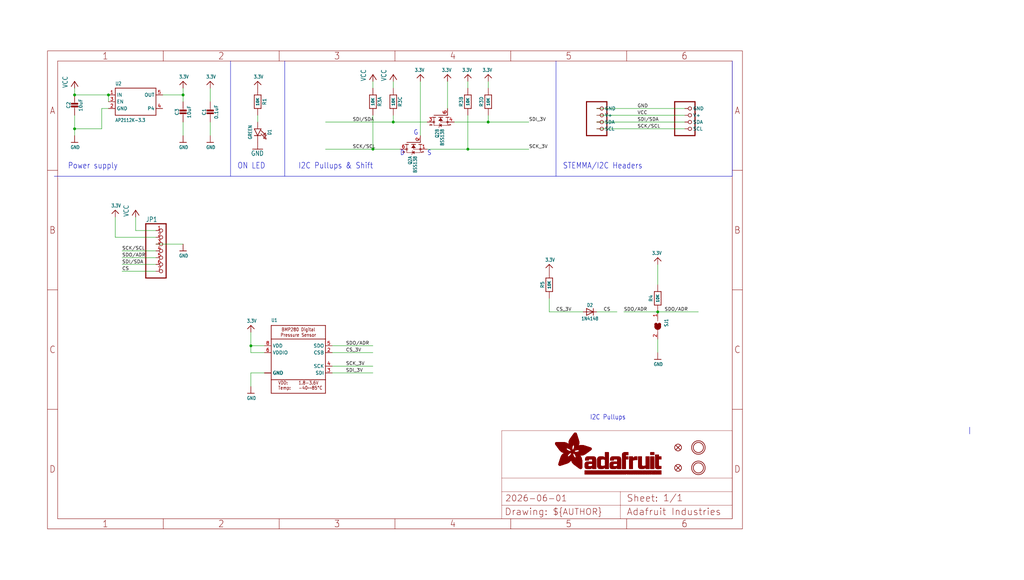
<source format=kicad_sch>
(kicad_sch (version 20230121) (generator eeschema)
  (paper "User" 383.616 217.322)
  (lib_symbols
    (symbol "working-eagle-import:3.3V" (power)
      (property "Value" "3.3V" (at -1.524 1.016 0))
      (symbol "3.3V_1_0"
        (pin power_in line (at 0 -2.54 90) (length 2.54) (name "3.3V") (number "1"))
      )
    )
    (symbol "working-eagle-import:BMP280_COMBO"
      (property "Reference" "U" (at -10.16 13.97 0))
      (symbol "BMP280_COMBO_1_0"
        (text "-40~~85°C" (at 0 -11.43 0) (effects (font (size 1.27 1.0795)) (justify left bottom)))
        (text "1.8-3.6V" (at 0 -9.525 0) (effects (font (size 1.27 1.0795)) (justify left bottom)))
        (text "BMP280 Digital\nPressure Sensor" (at 0 10.16 0) (effects (font (size 1.27 1.0795))))
        (text "Temp:" (at -7.62 -11.43 0) (effects (font (size 1.27 1.0795)) (justify left bottom)))
        (text "VDD:" (at -7.62 -9.525 0) (effects (font (size 1.27 1.0795)) (justify left bottom)))
        (pin power_in line (at -12.7 -5.08 0) (length 2.54) (name "GND") (number "1"))
        (pin input line (at 12.7 2.54 180) (length 2.54) (name "CSB") (number "2"))
        (pin input line (at 12.7 -5.08 180) (length 2.54) (name "SDI") (number "3"))
        (pin input line (at 12.7 -2.54 180) (length 2.54) (name "SCK") (number "4"))
        (pin output line (at 12.7 5.08 180) (length 2.54) (name "SDO") (number "5"))
        (pin power_in line (at -12.7 2.54 0) (length 2.54) (name "VDDIO") (number "6"))
        (pin power_in line (at -12.7 -5.08 0) (length 2.54) (name "GND") (number "7"))
        (pin power_in line (at -12.7 5.08 0) (length 2.54) (name "VDD") (number "8"))
      )
    )
    (symbol "working-eagle-import:CAP_CERAMIC0603_NO"
      (property "Reference" "C" (at -2.29 1.25 90))
      (symbol "CAP_CERAMIC0603_NO_1_0"
        (pin passive line (at 0 5.08 270) (length 2.54) (name "1") (number "1"))
        (pin passive line (at 0 -2.54 90) (length 2.54) (name "2") (number "2"))
      )
    )
    (symbol "working-eagle-import:CAP_CERAMIC0805-NOOUTLINE"
      (property "Reference" "C" (at -2.29 1.25 90))
      (symbol "CAP_CERAMIC0805-NOOUTLINE_1_0"
        (pin passive line (at 0 5.08 270) (length 2.54) (name "1") (number "1"))
        (pin passive line (at 0 -2.54 90) (length 2.54) (name "2") (number "2"))
      )
    )
    (symbol "working-eagle-import:DIODESOD-323"
      (property "Reference" "D" (at 0 2.54 0))
      (symbol "DIODESOD-323_1_0"
        (pin passive line (at -2.54 0 0) (length 2.54) (name "A") (number "A"))
        (pin passive line (at 2.54 0 180) (length 2.54) (name "C") (number "C"))
      )
    )
    (symbol "working-eagle-import:FIDUCIAL_1MM")
    (symbol "working-eagle-import:FRAME_A4_ADAFRUIT"
      (symbol "FRAME_A4_ADAFRUIT_1_0"
        (text "${#}/${##}" (at 230.505 10.16 0) (effects (font (size 2.54 2.54)) (justify left bottom)))
        (text "${AUTHOR}" (at 189.23 5.08 0) (effects (font (size 2.286 2.286)) (justify left bottom)))
        (text "${CURRENT_DATE}" (at 171.45 10.16 0) (effects (font (size 2.286 2.286)) (justify left bottom)))
        (text "${PROJECTNAME}" (at 171.45 15.24 0) (effects (font (size 2.54 2.54)) (justify left bottom)))
        (text "1" (at 21.6958 1.905 0) (effects (font (size 2.54 2.286))))
        (text "1" (at 21.6958 177.165 0) (effects (font (size 2.54 2.286))))
        (text "2" (at 65.0875 1.905 0) (effects (font (size 2.54 2.286))))
        (text "2" (at 65.0875 177.165 0) (effects (font (size 2.54 2.286))))
        (text "3" (at 108.4792 1.905 0) (effects (font (size 2.54 2.286))))
        (text "3" (at 108.4792 177.165 0) (effects (font (size 2.54 2.286))))
        (text "4" (at 151.8708 1.905 0) (effects (font (size 2.54 2.286))))
        (text "4" (at 151.8708 177.165 0) (effects (font (size 2.54 2.286))))
        (text "5" (at 195.2625 1.905 0) (effects (font (size 2.54 2.286))))
        (text "5" (at 195.2625 177.165 0) (effects (font (size 2.54 2.286))))
        (text "6" (at 238.6542 1.905 0) (effects (font (size 2.54 2.286))))
        (text "6" (at 238.6542 177.165 0) (effects (font (size 2.54 2.286))))
        (text "A" (at 1.905 156.6863 0) (effects (font (size 2.54 2.286))))
        (text "A" (at 258.445 156.6863 0) (effects (font (size 2.54 2.286))))
        (text "Adafruit Industries" (at 216.916 4.953 0) (effects (font (size 2.54 2.54)) (justify left bottom)))
        (text "B" (at 1.905 111.9188 0) (effects (font (size 2.54 2.286))))
        (text "B" (at 258.445 111.9188 0) (effects (font (size 2.54 2.286))))
        (text "C" (at 1.905 67.1513 0) (effects (font (size 2.54 2.286))))
        (text "C" (at 258.445 67.1513 0) (effects (font (size 2.54 2.286))))
        (text "D" (at 1.905 22.3838 0) (effects (font (size 2.54 2.286))))
        (text "D" (at 258.445 22.3838 0) (effects (font (size 2.54 2.286))))
        (text "Drawing:" (at 171.196 4.953 0) (effects (font (size 2.54 2.54)) (justify left bottom)))
        (text "Sheet:" (at 216.916 10.033 0) (effects (font (size 2.54 2.54)) (justify left bottom)))
      )
    )
    (symbol "working-eagle-import:GND" (power)
      (property "Value" "GND" (at -1.524 -2.54 0))
      (symbol "GND_1_0"
        (pin power_in line (at 0 2.54 270) (length 2.54) (name "GND") (number "1"))
      )
    )
    (symbol "working-eagle-import:HEADER-1X770MIL"
      (property "Reference" "JP" (at -6.35 10.795 0))
      (symbol "HEADER-1X770MIL_1_0"
        (pin passive inverted (at -2.54 7.62 0) (length 2.54) (name "1") (number "1"))
        (pin passive inverted (at -2.54 5.08 0) (length 2.54) (name "2") (number "2"))
        (pin passive inverted (at -2.54 2.54 0) (length 2.54) (name "3") (number "3"))
        (pin passive inverted (at -2.54 0 0) (length 2.54) (name "4") (number "4"))
        (pin passive inverted (at -2.54 -2.54 0) (length 2.54) (name "5") (number "5"))
        (pin passive inverted (at -2.54 -5.08 0) (length 2.54) (name "6") (number "6"))
        (pin passive inverted (at -2.54 -7.62 0) (length 2.54) (name "7") (number "7"))
      )
    )
    (symbol "working-eagle-import:LED0603_NOOUTLINE"
      (property "Reference" "D" (at -1.27 4.445 0))
      (symbol "LED0603_NOOUTLINE_1_0"
        (pin passive line (at -5.08 0 0) (length 2.54) (name "A") (number "A"))
        (pin passive line (at 2.54 0 180) (length 2.54) (name "C") (number "C"))
      )
    )
    (symbol "working-eagle-import:MOSFET-N_DUAL"
      (property "Reference" "Q" (at 5.08 0.635 0))
      (symbol "MOSFET-N_DUAL_1_0"
        (text "D" (at 3.175 3.175 0) (effects (font (size 0.8128 0.6908)) (justify left bottom)))
        (text "G" (at -1.27 -1.905 0) (effects (font (size 0.8128 0.6908)) (justify left bottom)))
        (text "S" (at 3.175 -3.81 0) (effects (font (size 0.8128 0.6908)) (justify left bottom)))
        (pin bidirectional line (at 2.54 -5.08 90) (length 2.54) (name "S") (number "1"))
        (pin bidirectional line (at -2.54 -2.54 0) (length 2.54) (name "G") (number "2"))
        (pin bidirectional line (at 2.54 5.08 270) (length 2.54) (name "D") (number "6"))
      )
      (symbol "MOSFET-N_DUAL_2_0"
        (text "D" (at 3.175 3.175 0) (effects (font (size 0.8128 0.6908)) (justify left bottom)))
        (text "G" (at -1.27 -1.905 0) (effects (font (size 0.8128 0.6908)) (justify left bottom)))
        (text "S" (at 3.175 -3.81 0) (effects (font (size 0.8128 0.6908)) (justify left bottom)))
        (pin bidirectional line (at 2.54 5.08 270) (length 2.54) (name "D") (number "3"))
        (pin bidirectional line (at 2.54 -5.08 90) (length 2.54) (name "S") (number "4"))
        (pin bidirectional line (at -2.54 -2.54 0) (length 2.54) (name "G") (number "5"))
      )
    )
    (symbol "working-eagle-import:MOUNTINGHOLE2.5")
    (symbol "working-eagle-import:RESISTOR_0603_NOOUT"
      (property "Reference" "R" (at 0 2.54 0))
      (symbol "RESISTOR_0603_NOOUT_1_0"
        (pin passive line (at -5.08 0 0) (length 2.54) (name "1") (number "1"))
        (pin passive line (at 5.08 0 180) (length 2.54) (name "2") (number "2"))
      )
    )
    (symbol "working-eagle-import:RESISTOR_4PACK"
      (property "Reference" "R" (at 0 2.54 0))
      (symbol "RESISTOR_4PACK_1_0"
        (pin passive line (at -5.08 0 0) (length 2.54) (name "1") (number "1"))
        (pin passive line (at 5.08 0 180) (length 2.54) (name "2") (number "8"))
      )
      (symbol "RESISTOR_4PACK_2_0"
        (pin passive line (at -5.08 0 0) (length 2.54) (name "1") (number "2"))
        (pin passive line (at 5.08 0 180) (length 2.54) (name "2") (number "7"))
      )
      (symbol "RESISTOR_4PACK_3_0"
        (pin passive line (at -5.08 0 0) (length 2.54) (name "1") (number "3"))
        (pin passive line (at 5.08 0 180) (length 2.54) (name "2") (number "6"))
      )
      (symbol "RESISTOR_4PACK_4_0"
        (pin passive line (at -5.08 0 0) (length 2.54) (name "1") (number "4"))
        (pin passive line (at 5.08 0 180) (length 2.54) (name "2") (number "5"))
      )
    )
    (symbol "working-eagle-import:SOLDERJUMPER"
      (property "Reference" "SJ" (at -2.54 2.54 0))
      (symbol "SOLDERJUMPER_1_0"
        (pin passive line (at -5.08 0 0) (length 2.54) (name "1") (number "1"))
        (pin passive line (at 5.08 0 180) (length 2.54) (name "2") (number "2"))
      )
    )
    (symbol "working-eagle-import:STEMMA_I2C_QT"
      (symbol "STEMMA_I2C_QT_1_0"
        (pin passive inverted (at 0 5.08 0) (length 2.54) (name "GND") (number "1"))
        (pin passive inverted (at 0 2.54 0) (length 2.54) (name "V+") (number "2"))
        (pin passive inverted (at 0 0 0) (length 2.54) (name "SDA") (number "3"))
        (pin passive inverted (at 0 -2.54 0) (length 2.54) (name "SCL") (number "4"))
      )
      (symbol "STEMMA_I2C_QT_2_0"
        (pin bidirectional line (at 0 0 0) (length 5.08) (name "MT") (number "MT1"))
      )
      (symbol "STEMMA_I2C_QT_3_0"
        (pin bidirectional line (at 0 0 0) (length 5.08) (name "MT") (number "MT2"))
      )
    )
    (symbol "working-eagle-import:VCC" (power)
      (property "Value" "VCC" (at -2.54 -2.54 90))
      (symbol "VCC_1_0"
        (pin power_in line (at 0 -2.54 90) (length 2.54) (name "VCC") (number "1"))
      )
    )
    (symbol "working-eagle-import:VREG_SOT23-5"
      (property "Reference" "U" (at -7.62 6.096 0))
      (symbol "VREG_SOT23-5_1_0"
        (pin power_in line (at -10.16 2.54 0) (length 2.54) (name "IN") (number "1"))
        (pin power_in line (at -10.16 -2.54 0) (length 2.54) (name "GND") (number "2"))
        (pin input line (at -10.16 0 0) (length 2.54) (name "EN") (number "3"))
        (pin bidirectional line (at 10.16 -2.54 180) (length 2.54) (name "P4") (number "4"))
        (pin power_in line (at 10.16 2.54 180) (length 2.54) (name "OUT") (number "5"))
      )
    )
    (symbol "working-eagle-import:supply1_GND" (power)
      (property "Value" "supply1_GND" (at -2.54 -2.54 0))
      (symbol "supply1_GND_1_0"
        (pin power_in line (at 0 2.54 270) (length 2.54) (name "GND") (number "1"))
      )
    )
  )
  (junction (at 175.26 55.88))
  (junction (at 182.88 45.72))
  (junction (at 27.94 35.56))
  (junction (at 27.94 48.26))
  (junction (at 147.32 45.72))
  (junction (at 40.64 35.56))
  (junction (at 139.7 55.88))
  (junction (at 93.98 129.54))
  (junction (at 68.58 35.56))
  (junction (at 246.38 116.84))
  (wire (pts (xy 175.26 55.88) (xy 198.12 55.88)) (stroke (width 0.1524)))
  (wire (pts (xy 246.38 132.08) (xy 246.38 127)) (stroke (width 0.1524)))
  (wire (pts (xy 139.7 137.16) (xy 124.46 137.16)) (stroke (width 0.1524)))
  (wire (pts (xy 27.94 48.26) (xy 27.94 43.18)) (stroke (width 0.1524)))
  (wire (pts (xy 167.64 40.64) (xy 167.64 30.48)) (stroke (width 0.1524)))
  (wire (pts (xy 58.42 93.98) (xy 45.72 93.98)) (stroke (width 0.1524)))
  (wire (pts (xy 68.58 45.72) (xy 68.58 50.8)) (stroke (width 0.1524)))
  (wire (pts (xy 93.98 139.7) (xy 93.98 144.78)) (stroke (width 0.1524)))
  (wire (pts (xy 139.7 55.88) (xy 121.92 55.88)) (stroke (width 0.1524)))
  (wire (pts (xy 68.58 35.56) (xy 68.58 38.1)) (stroke (width 0.1524)))
  (wire (pts (xy 246.38 106.68) (xy 246.38 99.06)) (stroke (width 0.1524)))
  (wire (pts (xy 223.52 116.84) (xy 231.14 116.84)) (stroke (width 0.1524)))
  (wire (pts (xy 182.88 43.18) (xy 182.88 45.72)) (stroke (width 0.1524)))
  (wire (pts (xy 223.52 48.26) (xy 256.54 48.26)) (stroke (width 0.1524)))
  (wire (pts (xy 58.42 91.44) (xy 68.58 91.44)) (stroke (width 0.1524)))
  (wire (pts (xy 157.48 50.8) (xy 157.48 30.48)) (stroke (width 0.1524)))
  (wire (pts (xy 175.26 33.02) (xy 175.26 30.48)) (stroke (width 0.1524)))
  (wire (pts (xy 160.02 55.88) (xy 175.26 55.88)) (stroke (width 0.1524)))
  (polyline (pts (xy 106.68 66.04) (xy 208.28 66.04)) (stroke (width 0.1524) (type solid)))
  (wire (pts (xy 78.74 33.02) (xy 78.74 38.1)) (stroke (width 0.1524)))
  (wire (pts (xy 58.42 88.9) (xy 43.18 88.9)) (stroke (width 0.1524)))
  (wire (pts (xy 205.74 116.84) (xy 205.74 111.76)) (stroke (width 0.1524)))
  (wire (pts (xy 147.32 45.72) (xy 121.92 45.72)) (stroke (width 0.1524)))
  (wire (pts (xy 40.64 38.1) (xy 40.64 35.56)) (stroke (width 0.1524)))
  (wire (pts (xy 38.1 40.64) (xy 38.1 48.26)) (stroke (width 0.1524)))
  (wire (pts (xy 170.18 45.72) (xy 182.88 45.72)) (stroke (width 0.1524)))
  (wire (pts (xy 38.1 48.26) (xy 27.94 48.26)) (stroke (width 0.1524)))
  (wire (pts (xy 60.96 35.56) (xy 68.58 35.56)) (stroke (width 0.1524)))
  (polyline (pts (xy 106.68 22.86) (xy 106.68 66.04)) (stroke (width 0.1524) (type solid)))
  (wire (pts (xy 147.32 43.18) (xy 147.32 45.72)) (stroke (width 0.1524)))
  (polyline (pts (xy 274.32 22.86) (xy 274.32 66.04)) (stroke (width 0.1524) (type solid)))
  (wire (pts (xy 27.94 33.02) (xy 27.94 35.56)) (stroke (width 0.1524)))
  (polyline (pts (xy 20.32 66.04) (xy 86.36 66.04)) (stroke (width 0.1524) (type solid)))
  (polyline (pts (xy 86.36 66.04) (xy 106.68 66.04)) (stroke (width 0.1524) (type solid)))
  (wire (pts (xy 175.26 43.18) (xy 175.26 55.88)) (stroke (width 0.1524)))
  (wire (pts (xy 139.7 30.48) (xy 139.7 33.02)) (stroke (width 0.1524)))
  (polyline (pts (xy 208.28 22.86) (xy 208.28 66.04)) (stroke (width 0.1524) (type solid)))
  (wire (pts (xy 43.18 88.9) (xy 43.18 81.28)) (stroke (width 0.1524)))
  (wire (pts (xy 124.46 139.7) (xy 139.7 139.7)) (stroke (width 0.1524)))
  (wire (pts (xy 40.64 40.64) (xy 38.1 40.64)) (stroke (width 0.1524)))
  (wire (pts (xy 58.42 101.6) (xy 45.72 101.6)) (stroke (width 0.1524)))
  (wire (pts (xy 218.44 116.84) (xy 205.74 116.84)) (stroke (width 0.1524)))
  (wire (pts (xy 68.58 35.56) (xy 68.58 33.02)) (stroke (width 0.1524)))
  (wire (pts (xy 149.86 55.88) (xy 139.7 55.88)) (stroke (width 0.1524)))
  (wire (pts (xy 139.7 129.54) (xy 124.46 129.54)) (stroke (width 0.1524)))
  (wire (pts (xy 58.42 86.36) (xy 50.8 86.36)) (stroke (width 0.1524)))
  (wire (pts (xy 223.52 43.18) (xy 256.54 43.18)) (stroke (width 0.1524)))
  (wire (pts (xy 256.54 45.72) (xy 223.52 45.72)) (stroke (width 0.1524)))
  (wire (pts (xy 78.74 45.72) (xy 78.74 50.8)) (stroke (width 0.1524)))
  (wire (pts (xy 93.98 132.08) (xy 93.98 129.54)) (stroke (width 0.1524)))
  (wire (pts (xy 58.42 99.06) (xy 45.72 99.06)) (stroke (width 0.1524)))
  (wire (pts (xy 139.7 43.18) (xy 139.7 55.88)) (stroke (width 0.1524)))
  (wire (pts (xy 99.06 132.08) (xy 93.98 132.08)) (stroke (width 0.1524)))
  (wire (pts (xy 99.06 129.54) (xy 93.98 129.54)) (stroke (width 0.1524)))
  (wire (pts (xy 182.88 33.02) (xy 182.88 30.48)) (stroke (width 0.1524)))
  (wire (pts (xy 246.38 116.84) (xy 261.62 116.84)) (stroke (width 0.1524)))
  (wire (pts (xy 50.8 86.36) (xy 50.8 81.28)) (stroke (width 0.1524)))
  (polyline (pts (xy 363.22 162.56) (xy 363.22 160.02)) (stroke (width 0.1524) (type solid)))
  (wire (pts (xy 40.64 35.56) (xy 27.94 35.56)) (stroke (width 0.1524)))
  (wire (pts (xy 124.46 132.08) (xy 139.7 132.08)) (stroke (width 0.1524)))
  (wire (pts (xy 147.32 33.02) (xy 147.32 30.48)) (stroke (width 0.1524)))
  (polyline (pts (xy 86.36 22.86) (xy 86.36 66.04)) (stroke (width 0.1524) (type solid)))
  (wire (pts (xy 96.52 45.72) (xy 96.52 43.18)) (stroke (width 0.1524)))
  (polyline (pts (xy 208.28 66.04) (xy 274.32 66.04)) (stroke (width 0.1524) (type solid)))
  (wire (pts (xy 256.54 40.64) (xy 223.52 40.64)) (stroke (width 0.1524)))
  (wire (pts (xy 93.98 129.54) (xy 93.98 124.46)) (stroke (width 0.1524)))
  (wire (pts (xy 58.42 96.52) (xy 45.72 96.52)) (stroke (width 0.1524)))
  (wire (pts (xy 246.38 116.84) (xy 233.68 116.84)) (stroke (width 0.1524)))
  (wire (pts (xy 182.88 45.72) (xy 198.12 45.72)) (stroke (width 0.1524)))
  (wire (pts (xy 27.94 48.26) (xy 27.94 50.8)) (stroke (width 0.1524)))
  (wire (pts (xy 160.02 45.72) (xy 147.32 45.72)) (stroke (width 0.1524)))
  (wire (pts (xy 99.06 139.7) (xy 93.98 139.7)) (stroke (width 0.1524)))
  (text "S" (at 160.02 58.42 0) (effects (font (size 1.778 1.5113)) (justify left bottom)))
  (text "G" (at 154.94 50.8 0) (effects (font (size 1.778 1.5113)) (justify left bottom)))
  (text "Power supply" (at 25.4 63.5 0) (effects (font (size 2.1844 1.8567)) (justify left bottom)))
  (text "ON LED" (at 88.9 63.5 0) (effects (font (size 2.1844 1.8567)) (justify left bottom)))
  (text "I2C Pullups & Shift" (at 111.76 63.5 0) (effects (font (size 2.1844 1.8567)) (justify left bottom)))
  (text "I2C Pullups" (at 220.98 157.48 0) (effects (font (size 1.778 1.5113)) (justify left bottom)))
  (text "STEMMA/I2C Headers" (at 210.82 63.5 0) (effects (font (size 2.1844 1.8567)) (justify left bottom)))
  (text "D" (at 149.86 58.42 0) (effects (font (size 1.778 1.5113)) (justify left bottom)))
  (label "SDO/ADR" (at 248.92 116.84 0) (effects (font (size 1.2446 1.2446))))
  (label "SCK_3V" (at 129.54 137.16 0) (effects (font (size 1.2446 1.2446))))
  (label "SDI/SDA" (at 238.76 45.72 0) (effects (font (size 1.2446 1.2446))))
  (label "CS" (at 45.72 101.6 0) (effects (font (size 1.2446 1.2446))))
  (label "GND" (at 238.76 40.64 0) (effects (font (size 1.2446 1.2446))))
  (label "SCK/SCL" (at 45.72 93.98 0) (effects (font (size 1.2446 1.2446))))
  (label "SCK_3V" (at 198.12 55.88 0) (effects (font (size 1.2446 1.2446))))
  (label "SDI_3V" (at 129.54 139.7 0) (effects (font (size 1.2446 1.2446))))
  (label "SDO/ADR" (at 45.72 96.52 0) (effects (font (size 1.2446 1.2446))))
  (label "CS" (at 226.06 116.84 0) (effects (font (size 1.2446 1.2446))))
  (label "CS_3V" (at 129.54 132.08 0) (effects (font (size 1.2446 1.2446))))
  (label "SDI/SDA" (at 132.08 45.72 0) (effects (font (size 1.2446 1.2446))))
  (label "SDI_3V" (at 198.12 45.72 0) (effects (font (size 1.2446 1.2446))))
  (label "VCC" (at 238.76 43.18 0) (effects (font (size 1.2446 1.2446))))
  (label "SDO/ADR" (at 129.54 129.54 0) (effects (font (size 1.2446 1.2446))))
  (label "SCK/SCL" (at 132.08 55.88 0) (effects (font (size 1.2446 1.2446))))
  (label "SDO/ADR" (at 233.68 116.84 0) (effects (font (size 1.2446 1.2446))))
  (label "SDI/SDA" (at 45.72 99.06 0) (effects (font (size 1.2446 1.2446))))
  (label "CS_3V" (at 208.28 116.84 0) (effects (font (size 1.2446 1.2446))))
  (label "SCK/SCL" (at 238.76 48.26 0) (effects (font (size 1.2446 1.2446))))
  (symbol (lib_id "working-eagle-import:3.3V") (at 43.18 78.74 0) (unit 1)
    (property "Reference" "#U$16" (effects hide))
    (property "Value" "3.3V" (at 41.656 77.724 0) (effects (font (size 1.27 1.0795)) (justify left bottom)))
  )
  (symbol (lib_id "working-eagle-import:FRAME_A4_ADAFRUIT") (at 17.78 198.12 0) (unit 1)
    (property "Reference" "#U$18" (effects hide))
    (property "Value" "FRAME_A4_ADAFRUIT" (effects hide))
  )
  (symbol (lib_id "working-eagle-import:VREG_SOT23-5") (at 50.8 38.1 0) (unit 1)
    (property "Reference" "U2" (at 43.18 32.004 0) (effects (font (size 1.27 1.0795)) (justify left bottom)))
    (property "Value" "AP2112K-3.3" (at 43.18 45.72 0) (effects (font (size 1.27 1.0795)) (justify left bottom)))
    (property "Footprint" "working:SOT23-5" (effects hide))
  )
  (symbol (lib_id "working-eagle-import:STEMMA_I2C_QT") (at 223.52 45.72 0) (unit 1)
    (property "Reference" "CONN3" (effects hide))
    (property "Value" "STEMMA_I2C_QT" (effects hide))
    (property "Footprint" "working:JST_SH4" (effects hide))
  )
  (symbol (lib_id "working-eagle-import:MOSFET-N_DUAL") (at 165.1 43.18 90) (mirror x) (unit 2)
    (property "Reference" "Q2" (at 164.465 48.26 0) (effects (font (size 1.27 1.0795)) (justify left bottom)))
    (property "Value" "BSS138" (at 166.37 48.26 0) (effects (font (size 1.27 1.0795)) (justify left bottom)))
    (property "Footprint" "working:SOT363" (effects hide))
  )
  (symbol (lib_id "working-eagle-import:FIDUCIAL_1MM") (at 254 167.64 0) (unit 1)
    (property "Reference" "FID4" (effects hide))
    (property "Value" "FIDUCIAL_1MM" (effects hide))
    (property "Footprint" "working:FIDUCIAL_1MM" (effects hide))
  )
  (symbol (lib_id "working-eagle-import:MOUNTINGHOLE2.5") (at 261.62 175.26 0) (unit 1)
    (property "Reference" "U$1" (effects hide))
    (property "Value" "MOUNTINGHOLE2.5" (effects hide))
    (property "Footprint" "working:MOUNTINGHOLE_2.5_PLATED" (effects hide))
  )
  (symbol (lib_id "working-eagle-import:VCC") (at 139.7 27.94 0) (unit 1)
    (property "Reference" "#P+1" (effects hide))
    (property "Value" "VCC" (at 137.16 30.48 90) (effects (font (size 1.778 1.5113)) (justify left bottom)))
  )
  (symbol (lib_id "working-eagle-import:VCC") (at 27.94 30.48 0) (unit 1)
    (property "Reference" "#P+3" (effects hide))
    (property "Value" "VCC" (at 25.4 33.02 90) (effects (font (size 1.778 1.5113)) (justify left bottom)))
  )
  (symbol (lib_id "working-eagle-import:RESISTOR_4PACK") (at 182.88 38.1 90) (mirror x) (unit 4)
    (property "Reference" "R3" (at 180.34 38.1 0))
    (property "Value" "10K" (at 182.88 38.1 0) (effects (font (size 1.016 1.016) bold)))
    (property "Footprint" "working:RESPACK_4X0603" (effects hide))
  )
  (symbol (lib_id "working-eagle-import:HEADER-1X770MIL") (at 60.96 93.98 0) (unit 1)
    (property "Reference" "JP1" (at 54.61 83.185 0) (effects (font (size 1.778 1.5113)) (justify left bottom)))
    (property "Value" "HEADER-1X770MIL" (effects hide))
    (property "Footprint" "working:1X07_ROUND_70" (effects hide))
  )
  (symbol (lib_id "working-eagle-import:3.3V") (at 175.26 27.94 0) (mirror y) (unit 1)
    (property "Reference" "#U$24" (effects hide))
    (property "Value" "3.3V" (at 176.784 26.924 0) (effects (font (size 1.27 1.0795)) (justify left bottom)))
  )
  (symbol (lib_id "working-eagle-import:GND") (at 27.94 53.34 0) (unit 1)
    (property "Reference" "#U$13" (effects hide))
    (property "Value" "GND" (at 26.416 55.88 0) (effects (font (size 1.27 1.0795)) (justify left bottom)))
  )
  (symbol (lib_id "working-eagle-import:CAP_CERAMIC0805-NOOUTLINE") (at 68.58 43.18 0) (unit 1)
    (property "Reference" "C3" (at 66.29 41.93 90))
    (property "Value" "10uF" (at 70.88 41.93 90))
    (property "Footprint" "working:0805-NO" (effects hide))
  )
  (symbol (lib_id "working-eagle-import:GND") (at 68.58 53.34 0) (unit 1)
    (property "Reference" "#U$5" (effects hide))
    (property "Value" "GND" (at 67.056 55.88 0) (effects (font (size 1.27 1.0795)) (justify left bottom)))
  )
  (symbol (lib_id "working-eagle-import:CAP_CERAMIC0603_NO") (at 78.74 43.18 0) (unit 1)
    (property "Reference" "C1" (at 76.45 41.93 90))
    (property "Value" "0.1uF" (at 81.04 41.93 90))
    (property "Footprint" "working:0603-NO" (effects hide))
  )
  (symbol (lib_id "working-eagle-import:3.3V") (at 167.64 27.94 0) (mirror y) (unit 1)
    (property "Reference" "#U$23" (effects hide))
    (property "Value" "3.3V" (at 169.164 26.924 0) (effects (font (size 1.27 1.0795)) (justify left bottom)))
  )
  (symbol (lib_id "working-eagle-import:3.3V") (at 78.74 30.48 0) (unit 1)
    (property "Reference" "#U$14" (effects hide))
    (property "Value" "3.3V" (at 77.216 29.464 0) (effects (font (size 1.27 1.0795)) (justify left bottom)))
  )
  (symbol (lib_id "working-eagle-import:GND") (at 78.74 53.34 0) (unit 1)
    (property "Reference" "#U$6" (effects hide))
    (property "Value" "GND" (at 77.216 55.88 0) (effects (font (size 1.27 1.0795)) (justify left bottom)))
  )
  (symbol (lib_id "working-eagle-import:MOSFET-N_DUAL") (at 154.94 53.34 90) (mirror x) (unit 1)
    (property "Reference" "Q2" (at 154.305 58.42 0) (effects (font (size 1.27 1.0795)) (justify left bottom)))
    (property "Value" "BSS138" (at 156.21 58.42 0) (effects (font (size 1.27 1.0795)) (justify left bottom)))
    (property "Footprint" "working:SOT363" (effects hide))
  )
  (symbol (lib_id "working-eagle-import:RESISTOR_4PACK") (at 139.7 38.1 270) (unit 1)
    (property "Reference" "R3" (at 142.24 38.1 0))
    (property "Value" "10K" (at 139.7 38.1 0) (effects (font (size 1.016 1.016) bold)))
    (property "Footprint" "working:RESPACK_4X0603" (effects hide))
  )
  (symbol (lib_id "working-eagle-import:supply1_GND") (at 96.52 55.88 0) (unit 1)
    (property "Reference" "#GND6" (effects hide))
    (property "Value" "GND" (at 93.98 58.42 0) (effects (font (size 1.778 1.5113)) (justify left bottom)))
  )
  (symbol (lib_id "working-eagle-import:FIDUCIAL_1MM") (at 254 175.26 0) (unit 1)
    (property "Reference" "FID3" (effects hide))
    (property "Value" "FIDUCIAL_1MM" (effects hide))
    (property "Footprint" "working:FIDUCIAL_1MM" (effects hide))
  )
  (symbol (lib_id "working-eagle-import:RESISTOR_0603_NOOUT") (at 96.52 38.1 270) (unit 1)
    (property "Reference" "R1" (at 99.06 38.1 0))
    (property "Value" "10K" (at 96.52 38.1 0) (effects (font (size 1.016 1.016) bold)))
    (property "Footprint" "working:0603-NO" (effects hide))
  )
  (symbol (lib_id "working-eagle-import:3.3V") (at 246.38 96.52 0) (mirror y) (unit 1)
    (property "Reference" "#U$8" (effects hide))
    (property "Value" "3.3V" (at 247.904 95.504 0) (effects (font (size 1.27 1.0795)) (justify left bottom)))
  )
  (symbol (lib_id "working-eagle-import:VCC") (at 147.32 27.94 0) (unit 1)
    (property "Reference" "#P+2" (effects hide))
    (property "Value" "VCC" (at 144.78 30.48 90) (effects (font (size 1.778 1.5113)) (justify left bottom)))
  )
  (symbol (lib_id "working-eagle-import:RESISTOR_0603_NOOUT") (at 205.74 106.68 90) (unit 1)
    (property "Reference" "R5" (at 203.2 106.68 0))
    (property "Value" "10K" (at 205.74 106.68 0) (effects (font (size 1.016 1.016) bold)))
    (property "Footprint" "working:0603-NO" (effects hide))
  )
  (symbol (lib_id "working-eagle-import:LED0603_NOOUTLINE") (at 96.52 50.8 270) (unit 1)
    (property "Reference" "D1" (at 100.965 49.53 0) (effects (font (size 1.27 1.0795))))
    (property "Value" "GREEN" (at 93.726 49.53 0) (effects (font (size 1.27 1.0795))))
    (property "Footprint" "working:CHIPLED_0603_NOOUTLINE" (effects hide))
  )
  (symbol (lib_id "working-eagle-import:SOLDERJUMPER") (at 246.38 121.92 270) (unit 1)
    (property "Reference" "SJ1" (at 248.92 119.38 0) (effects (font (size 1.27 1.0795)) (justify left bottom)))
    (property "Value" "SOLDERJUMPER" (effects hide))
    (property "Footprint" "working:SOLDERJUMPER_ARROW_NOPASTE" (effects hide))
  )
  (symbol (lib_id "working-eagle-import:RESISTOR_0603_NOOUT") (at 246.38 111.76 90) (unit 1)
    (property "Reference" "R4" (at 243.84 111.76 0))
    (property "Value" "10K" (at 246.38 111.76 0) (effects (font (size 1.016 1.016) bold)))
    (property "Footprint" "working:0603-NO" (effects hide))
  )
  (symbol (lib_id "working-eagle-import:VCC") (at 50.8 78.74 0) (unit 1)
    (property "Reference" "#P+4" (effects hide))
    (property "Value" "VCC" (at 48.26 81.28 90) (effects (font (size 1.778 1.5113)) (justify left bottom)))
  )
  (symbol (lib_id "working-eagle-import:3.3V") (at 182.88 27.94 0) (mirror y) (unit 1)
    (property "Reference" "#U$7" (effects hide))
    (property "Value" "3.3V" (at 184.404 26.924 0) (effects (font (size 1.27 1.0795)) (justify left bottom)))
  )
  (symbol (lib_id "working-eagle-import:GND") (at 93.98 147.32 0) (unit 1)
    (property "Reference" "#U$19" (effects hide))
    (property "Value" "GND" (at 92.456 149.86 0) (effects (font (size 1.27 1.0795)) (justify left bottom)))
  )
  (symbol (lib_id "working-eagle-import:3.3V") (at 157.48 27.94 0) (mirror y) (unit 1)
    (property "Reference" "#U$26" (effects hide))
    (property "Value" "3.3V" (at 159.004 26.924 0) (effects (font (size 1.27 1.0795)) (justify left bottom)))
  )
  (symbol (lib_id "working-eagle-import:3.3V") (at 96.52 30.48 0) (unit 1)
    (property "Reference" "#U$3" (effects hide))
    (property "Value" "3.3V" (at 94.996 29.464 0) (effects (font (size 1.27 1.0795)) (justify left bottom)))
  )
  (symbol (lib_id "working-eagle-import:RESISTOR_4PACK") (at 147.32 38.1 270) (unit 3)
    (property "Reference" "R3" (at 149.86 38.1 0))
    (property "Value" "10K" (at 147.32 38.1 0) (effects (font (size 1.016 1.016) bold)))
    (property "Footprint" "working:RESPACK_4X0603" (effects hide))
  )
  (symbol (lib_id "working-eagle-import:MOUNTINGHOLE2.5") (at 261.62 167.64 0) (unit 1)
    (property "Reference" "U$17" (effects hide))
    (property "Value" "MOUNTINGHOLE2.5" (effects hide))
    (property "Footprint" "working:MOUNTINGHOLE_2.5_PLATED" (effects hide))
  )
  (symbol (lib_id "working-eagle-import:3.3V") (at 205.74 99.06 0) (unit 1)
    (property "Reference" "#U$42" (effects hide))
    (property "Value" "3.3V" (at 204.216 98.044 0) (effects (font (size 1.27 1.0795)) (justify left bottom)))
  )
  (symbol (lib_id "working-eagle-import:GND") (at 68.58 93.98 0) (unit 1)
    (property "Reference" "#U$10" (effects hide))
    (property "Value" "GND" (at 67.056 96.52 0) (effects (font (size 1.27 1.0795)) (justify left bottom)))
  )
  (symbol (lib_id "working-eagle-import:DIODESOD-323") (at 220.98 116.84 0) (unit 1)
    (property "Reference" "D2" (at 220.98 114.3 0) (effects (font (size 1.27 1.0795))))
    (property "Value" "1N4148" (at 220.98 119.34 0) (effects (font (size 1.27 1.0795))))
    (property "Footprint" "working:SOD-323" (effects hide))
  )
  (symbol (lib_id "working-eagle-import:3.3V") (at 68.58 30.48 0) (unit 1)
    (property "Reference" "#U$15" (effects hide))
    (property "Value" "3.3V" (at 67.056 29.464 0) (effects (font (size 1.27 1.0795)) (justify left bottom)))
  )
  (symbol (lib_id "working-eagle-import:BMP280_COMBO") (at 111.76 134.62 0) (unit 1)
    (property "Reference" "U1" (at 101.6 120.65 0) (effects (font (size 1.27 1.0795)) (justify left bottom)))
    (property "Value" "BMP280_COMBO" (effects hide))
    (property "Footprint" "working:BMX280_COMBO" (effects hide))
  )
  (symbol (lib_id "working-eagle-import:3.3V") (at 93.98 121.92 0) (unit 1)
    (property "Reference" "#U$12" (effects hide))
    (property "Value" "3.3V" (at 92.456 120.904 0) (effects (font (size 1.27 1.0795)) (justify left bottom)))
  )
  (symbol (lib_id "working-eagle-import:CAP_CERAMIC0805-NOOUTLINE") (at 27.94 40.64 0) (unit 1)
    (property "Reference" "C2" (at 25.65 39.39 90))
    (property "Value" "10uF" (at 30.24 39.39 90))
    (property "Footprint" "working:0805-NO" (effects hide))
  )
  (symbol (lib_id "working-eagle-import:STEMMA_I2C_QT") (at 256.54 45.72 0) (unit 1)
    (property "Reference" "CONN4" (effects hide))
    (property "Value" "STEMMA_I2C_QT" (effects hide))
    (property "Footprint" "working:JST_SH4" (effects hide))
  )
  (symbol (lib_id "working-eagle-import:RESISTOR_4PACK") (at 175.26 38.1 90) (mirror x) (unit 2)
    (property "Reference" "R3" (at 172.72 38.1 0))
    (property "Value" "10K" (at 175.26 38.1 0) (effects (font (size 1.016 1.016) bold)))
    (property "Footprint" "working:RESPACK_4X0603" (effects hide))
  )
  (symbol (lib_id "working-eagle-import:GND") (at 246.38 134.62 0) (unit 1)
    (property "Reference" "#U$9" (effects hide))
    (property "Value" "GND" (at 244.856 137.16 0) (effects (font (size 1.27 1.0795)) (justify left bottom)))
  )
)
</source>
